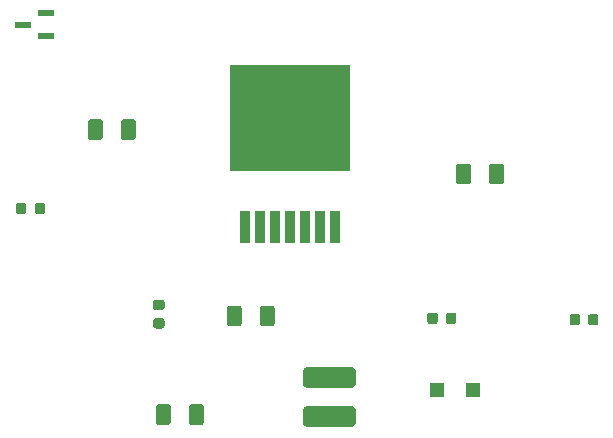
<source format=gbr>
G04 #@! TF.GenerationSoftware,KiCad,Pcbnew,(5.1.4)-1*
G04 #@! TF.CreationDate,2020-04-22T12:28:10-05:00*
G04 #@! TF.ProjectId,Boost,426f6f73-742e-46b6-9963-61645f706362,rev?*
G04 #@! TF.SameCoordinates,Original*
G04 #@! TF.FileFunction,Paste,Top*
G04 #@! TF.FilePolarity,Positive*
%FSLAX46Y46*%
G04 Gerber Fmt 4.6, Leading zero omitted, Abs format (unit mm)*
G04 Created by KiCad (PCBNEW (5.1.4)-1) date 2020-04-22 12:28:10*
%MOMM*%
%LPD*%
G04 APERTURE LIST*
%ADD10R,1.260000X1.170000*%
%ADD11C,0.100000*%
%ADD12C,0.875000*%
%ADD13R,1.430000X0.600000*%
%ADD14C,1.250000*%
%ADD15R,0.863600X2.692400*%
%ADD16R,10.160000X8.940800*%
%ADD17C,1.800000*%
G04 APERTURE END LIST*
D10*
X143331200Y-108813600D03*
X146381200Y-108813600D03*
D11*
G36*
X109968291Y-92947253D02*
G01*
X109989526Y-92950403D01*
X110010350Y-92955619D01*
X110030562Y-92962851D01*
X110049968Y-92972030D01*
X110068381Y-92983066D01*
X110085624Y-92995854D01*
X110101530Y-93010270D01*
X110115946Y-93026176D01*
X110128734Y-93043419D01*
X110139770Y-93061832D01*
X110148949Y-93081238D01*
X110156181Y-93101450D01*
X110161397Y-93122274D01*
X110164547Y-93143509D01*
X110165600Y-93164950D01*
X110165600Y-93677450D01*
X110164547Y-93698891D01*
X110161397Y-93720126D01*
X110156181Y-93740950D01*
X110148949Y-93761162D01*
X110139770Y-93780568D01*
X110128734Y-93798981D01*
X110115946Y-93816224D01*
X110101530Y-93832130D01*
X110085624Y-93846546D01*
X110068381Y-93859334D01*
X110049968Y-93870370D01*
X110030562Y-93879549D01*
X110010350Y-93886781D01*
X109989526Y-93891997D01*
X109968291Y-93895147D01*
X109946850Y-93896200D01*
X109509350Y-93896200D01*
X109487909Y-93895147D01*
X109466674Y-93891997D01*
X109445850Y-93886781D01*
X109425638Y-93879549D01*
X109406232Y-93870370D01*
X109387819Y-93859334D01*
X109370576Y-93846546D01*
X109354670Y-93832130D01*
X109340254Y-93816224D01*
X109327466Y-93798981D01*
X109316430Y-93780568D01*
X109307251Y-93761162D01*
X109300019Y-93740950D01*
X109294803Y-93720126D01*
X109291653Y-93698891D01*
X109290600Y-93677450D01*
X109290600Y-93164950D01*
X109291653Y-93143509D01*
X109294803Y-93122274D01*
X109300019Y-93101450D01*
X109307251Y-93081238D01*
X109316430Y-93061832D01*
X109327466Y-93043419D01*
X109340254Y-93026176D01*
X109354670Y-93010270D01*
X109370576Y-92995854D01*
X109387819Y-92983066D01*
X109406232Y-92972030D01*
X109425638Y-92962851D01*
X109445850Y-92955619D01*
X109466674Y-92950403D01*
X109487909Y-92947253D01*
X109509350Y-92946200D01*
X109946850Y-92946200D01*
X109968291Y-92947253D01*
X109968291Y-92947253D01*
G37*
D12*
X109728100Y-93421200D03*
D11*
G36*
X108393291Y-92947253D02*
G01*
X108414526Y-92950403D01*
X108435350Y-92955619D01*
X108455562Y-92962851D01*
X108474968Y-92972030D01*
X108493381Y-92983066D01*
X108510624Y-92995854D01*
X108526530Y-93010270D01*
X108540946Y-93026176D01*
X108553734Y-93043419D01*
X108564770Y-93061832D01*
X108573949Y-93081238D01*
X108581181Y-93101450D01*
X108586397Y-93122274D01*
X108589547Y-93143509D01*
X108590600Y-93164950D01*
X108590600Y-93677450D01*
X108589547Y-93698891D01*
X108586397Y-93720126D01*
X108581181Y-93740950D01*
X108573949Y-93761162D01*
X108564770Y-93780568D01*
X108553734Y-93798981D01*
X108540946Y-93816224D01*
X108526530Y-93832130D01*
X108510624Y-93846546D01*
X108493381Y-93859334D01*
X108474968Y-93870370D01*
X108455562Y-93879549D01*
X108435350Y-93886781D01*
X108414526Y-93891997D01*
X108393291Y-93895147D01*
X108371850Y-93896200D01*
X107934350Y-93896200D01*
X107912909Y-93895147D01*
X107891674Y-93891997D01*
X107870850Y-93886781D01*
X107850638Y-93879549D01*
X107831232Y-93870370D01*
X107812819Y-93859334D01*
X107795576Y-93846546D01*
X107779670Y-93832130D01*
X107765254Y-93816224D01*
X107752466Y-93798981D01*
X107741430Y-93780568D01*
X107732251Y-93761162D01*
X107725019Y-93740950D01*
X107719803Y-93720126D01*
X107716653Y-93698891D01*
X107715600Y-93677450D01*
X107715600Y-93164950D01*
X107716653Y-93143509D01*
X107719803Y-93122274D01*
X107725019Y-93101450D01*
X107732251Y-93081238D01*
X107741430Y-93061832D01*
X107752466Y-93043419D01*
X107765254Y-93026176D01*
X107779670Y-93010270D01*
X107795576Y-92995854D01*
X107812819Y-92983066D01*
X107831232Y-92972030D01*
X107850638Y-92962851D01*
X107870850Y-92955619D01*
X107891674Y-92950403D01*
X107912909Y-92947253D01*
X107934350Y-92946200D01*
X108371850Y-92946200D01*
X108393291Y-92947253D01*
X108393291Y-92947253D01*
G37*
D12*
X108153100Y-93421200D03*
D13*
X108310800Y-77851000D03*
X110230800Y-76901000D03*
X110230800Y-78801000D03*
D11*
G36*
X114823504Y-85867204D02*
G01*
X114847773Y-85870804D01*
X114871571Y-85876765D01*
X114894671Y-85885030D01*
X114916849Y-85895520D01*
X114937893Y-85908133D01*
X114957598Y-85922747D01*
X114975777Y-85939223D01*
X114992253Y-85957402D01*
X115006867Y-85977107D01*
X115019480Y-85998151D01*
X115029970Y-86020329D01*
X115038235Y-86043429D01*
X115044196Y-86067227D01*
X115047796Y-86091496D01*
X115049000Y-86116000D01*
X115049000Y-87366000D01*
X115047796Y-87390504D01*
X115044196Y-87414773D01*
X115038235Y-87438571D01*
X115029970Y-87461671D01*
X115019480Y-87483849D01*
X115006867Y-87504893D01*
X114992253Y-87524598D01*
X114975777Y-87542777D01*
X114957598Y-87559253D01*
X114937893Y-87573867D01*
X114916849Y-87586480D01*
X114894671Y-87596970D01*
X114871571Y-87605235D01*
X114847773Y-87611196D01*
X114823504Y-87614796D01*
X114799000Y-87616000D01*
X114049000Y-87616000D01*
X114024496Y-87614796D01*
X114000227Y-87611196D01*
X113976429Y-87605235D01*
X113953329Y-87596970D01*
X113931151Y-87586480D01*
X113910107Y-87573867D01*
X113890402Y-87559253D01*
X113872223Y-87542777D01*
X113855747Y-87524598D01*
X113841133Y-87504893D01*
X113828520Y-87483849D01*
X113818030Y-87461671D01*
X113809765Y-87438571D01*
X113803804Y-87414773D01*
X113800204Y-87390504D01*
X113799000Y-87366000D01*
X113799000Y-86116000D01*
X113800204Y-86091496D01*
X113803804Y-86067227D01*
X113809765Y-86043429D01*
X113818030Y-86020329D01*
X113828520Y-85998151D01*
X113841133Y-85977107D01*
X113855747Y-85957402D01*
X113872223Y-85939223D01*
X113890402Y-85922747D01*
X113910107Y-85908133D01*
X113931151Y-85895520D01*
X113953329Y-85885030D01*
X113976429Y-85876765D01*
X114000227Y-85870804D01*
X114024496Y-85867204D01*
X114049000Y-85866000D01*
X114799000Y-85866000D01*
X114823504Y-85867204D01*
X114823504Y-85867204D01*
G37*
D14*
X114424000Y-86741000D03*
D11*
G36*
X117623504Y-85867204D02*
G01*
X117647773Y-85870804D01*
X117671571Y-85876765D01*
X117694671Y-85885030D01*
X117716849Y-85895520D01*
X117737893Y-85908133D01*
X117757598Y-85922747D01*
X117775777Y-85939223D01*
X117792253Y-85957402D01*
X117806867Y-85977107D01*
X117819480Y-85998151D01*
X117829970Y-86020329D01*
X117838235Y-86043429D01*
X117844196Y-86067227D01*
X117847796Y-86091496D01*
X117849000Y-86116000D01*
X117849000Y-87366000D01*
X117847796Y-87390504D01*
X117844196Y-87414773D01*
X117838235Y-87438571D01*
X117829970Y-87461671D01*
X117819480Y-87483849D01*
X117806867Y-87504893D01*
X117792253Y-87524598D01*
X117775777Y-87542777D01*
X117757598Y-87559253D01*
X117737893Y-87573867D01*
X117716849Y-87586480D01*
X117694671Y-87596970D01*
X117671571Y-87605235D01*
X117647773Y-87611196D01*
X117623504Y-87614796D01*
X117599000Y-87616000D01*
X116849000Y-87616000D01*
X116824496Y-87614796D01*
X116800227Y-87611196D01*
X116776429Y-87605235D01*
X116753329Y-87596970D01*
X116731151Y-87586480D01*
X116710107Y-87573867D01*
X116690402Y-87559253D01*
X116672223Y-87542777D01*
X116655747Y-87524598D01*
X116641133Y-87504893D01*
X116628520Y-87483849D01*
X116618030Y-87461671D01*
X116609765Y-87438571D01*
X116603804Y-87414773D01*
X116600204Y-87390504D01*
X116599000Y-87366000D01*
X116599000Y-86116000D01*
X116600204Y-86091496D01*
X116603804Y-86067227D01*
X116609765Y-86043429D01*
X116618030Y-86020329D01*
X116628520Y-85998151D01*
X116641133Y-85977107D01*
X116655747Y-85957402D01*
X116672223Y-85939223D01*
X116690402Y-85922747D01*
X116710107Y-85908133D01*
X116731151Y-85895520D01*
X116753329Y-85885030D01*
X116776429Y-85876765D01*
X116800227Y-85870804D01*
X116824496Y-85867204D01*
X116849000Y-85866000D01*
X117599000Y-85866000D01*
X117623504Y-85867204D01*
X117623504Y-85867204D01*
G37*
D14*
X117224000Y-86741000D03*
D15*
X127109000Y-94993999D03*
X128379000Y-94993999D03*
X129649000Y-94993999D03*
X130919000Y-94993999D03*
X132189000Y-94993999D03*
X133459000Y-94993999D03*
X134729000Y-94993999D03*
D16*
X130919000Y-85799199D03*
D11*
G36*
X143216691Y-102243653D02*
G01*
X143237926Y-102246803D01*
X143258750Y-102252019D01*
X143278962Y-102259251D01*
X143298368Y-102268430D01*
X143316781Y-102279466D01*
X143334024Y-102292254D01*
X143349930Y-102306670D01*
X143364346Y-102322576D01*
X143377134Y-102339819D01*
X143388170Y-102358232D01*
X143397349Y-102377638D01*
X143404581Y-102397850D01*
X143409797Y-102418674D01*
X143412947Y-102439909D01*
X143414000Y-102461350D01*
X143414000Y-102973850D01*
X143412947Y-102995291D01*
X143409797Y-103016526D01*
X143404581Y-103037350D01*
X143397349Y-103057562D01*
X143388170Y-103076968D01*
X143377134Y-103095381D01*
X143364346Y-103112624D01*
X143349930Y-103128530D01*
X143334024Y-103142946D01*
X143316781Y-103155734D01*
X143298368Y-103166770D01*
X143278962Y-103175949D01*
X143258750Y-103183181D01*
X143237926Y-103188397D01*
X143216691Y-103191547D01*
X143195250Y-103192600D01*
X142757750Y-103192600D01*
X142736309Y-103191547D01*
X142715074Y-103188397D01*
X142694250Y-103183181D01*
X142674038Y-103175949D01*
X142654632Y-103166770D01*
X142636219Y-103155734D01*
X142618976Y-103142946D01*
X142603070Y-103128530D01*
X142588654Y-103112624D01*
X142575866Y-103095381D01*
X142564830Y-103076968D01*
X142555651Y-103057562D01*
X142548419Y-103037350D01*
X142543203Y-103016526D01*
X142540053Y-102995291D01*
X142539000Y-102973850D01*
X142539000Y-102461350D01*
X142540053Y-102439909D01*
X142543203Y-102418674D01*
X142548419Y-102397850D01*
X142555651Y-102377638D01*
X142564830Y-102358232D01*
X142575866Y-102339819D01*
X142588654Y-102322576D01*
X142603070Y-102306670D01*
X142618976Y-102292254D01*
X142636219Y-102279466D01*
X142654632Y-102268430D01*
X142674038Y-102259251D01*
X142694250Y-102252019D01*
X142715074Y-102246803D01*
X142736309Y-102243653D01*
X142757750Y-102242600D01*
X143195250Y-102242600D01*
X143216691Y-102243653D01*
X143216691Y-102243653D01*
G37*
D12*
X142976500Y-102717600D03*
D11*
G36*
X144791691Y-102243653D02*
G01*
X144812926Y-102246803D01*
X144833750Y-102252019D01*
X144853962Y-102259251D01*
X144873368Y-102268430D01*
X144891781Y-102279466D01*
X144909024Y-102292254D01*
X144924930Y-102306670D01*
X144939346Y-102322576D01*
X144952134Y-102339819D01*
X144963170Y-102358232D01*
X144972349Y-102377638D01*
X144979581Y-102397850D01*
X144984797Y-102418674D01*
X144987947Y-102439909D01*
X144989000Y-102461350D01*
X144989000Y-102973850D01*
X144987947Y-102995291D01*
X144984797Y-103016526D01*
X144979581Y-103037350D01*
X144972349Y-103057562D01*
X144963170Y-103076968D01*
X144952134Y-103095381D01*
X144939346Y-103112624D01*
X144924930Y-103128530D01*
X144909024Y-103142946D01*
X144891781Y-103155734D01*
X144873368Y-103166770D01*
X144853962Y-103175949D01*
X144833750Y-103183181D01*
X144812926Y-103188397D01*
X144791691Y-103191547D01*
X144770250Y-103192600D01*
X144332750Y-103192600D01*
X144311309Y-103191547D01*
X144290074Y-103188397D01*
X144269250Y-103183181D01*
X144249038Y-103175949D01*
X144229632Y-103166770D01*
X144211219Y-103155734D01*
X144193976Y-103142946D01*
X144178070Y-103128530D01*
X144163654Y-103112624D01*
X144150866Y-103095381D01*
X144139830Y-103076968D01*
X144130651Y-103057562D01*
X144123419Y-103037350D01*
X144118203Y-103016526D01*
X144115053Y-102995291D01*
X144114000Y-102973850D01*
X144114000Y-102461350D01*
X144115053Y-102439909D01*
X144118203Y-102418674D01*
X144123419Y-102397850D01*
X144130651Y-102377638D01*
X144139830Y-102358232D01*
X144150866Y-102339819D01*
X144163654Y-102322576D01*
X144178070Y-102306670D01*
X144193976Y-102292254D01*
X144211219Y-102279466D01*
X144229632Y-102268430D01*
X144249038Y-102259251D01*
X144269250Y-102252019D01*
X144290074Y-102246803D01*
X144311309Y-102243653D01*
X144332750Y-102242600D01*
X144770250Y-102242600D01*
X144791691Y-102243653D01*
X144791691Y-102243653D01*
G37*
D12*
X144551500Y-102717600D03*
D11*
G36*
X155256291Y-102370653D02*
G01*
X155277526Y-102373803D01*
X155298350Y-102379019D01*
X155318562Y-102386251D01*
X155337968Y-102395430D01*
X155356381Y-102406466D01*
X155373624Y-102419254D01*
X155389530Y-102433670D01*
X155403946Y-102449576D01*
X155416734Y-102466819D01*
X155427770Y-102485232D01*
X155436949Y-102504638D01*
X155444181Y-102524850D01*
X155449397Y-102545674D01*
X155452547Y-102566909D01*
X155453600Y-102588350D01*
X155453600Y-103100850D01*
X155452547Y-103122291D01*
X155449397Y-103143526D01*
X155444181Y-103164350D01*
X155436949Y-103184562D01*
X155427770Y-103203968D01*
X155416734Y-103222381D01*
X155403946Y-103239624D01*
X155389530Y-103255530D01*
X155373624Y-103269946D01*
X155356381Y-103282734D01*
X155337968Y-103293770D01*
X155318562Y-103302949D01*
X155298350Y-103310181D01*
X155277526Y-103315397D01*
X155256291Y-103318547D01*
X155234850Y-103319600D01*
X154797350Y-103319600D01*
X154775909Y-103318547D01*
X154754674Y-103315397D01*
X154733850Y-103310181D01*
X154713638Y-103302949D01*
X154694232Y-103293770D01*
X154675819Y-103282734D01*
X154658576Y-103269946D01*
X154642670Y-103255530D01*
X154628254Y-103239624D01*
X154615466Y-103222381D01*
X154604430Y-103203968D01*
X154595251Y-103184562D01*
X154588019Y-103164350D01*
X154582803Y-103143526D01*
X154579653Y-103122291D01*
X154578600Y-103100850D01*
X154578600Y-102588350D01*
X154579653Y-102566909D01*
X154582803Y-102545674D01*
X154588019Y-102524850D01*
X154595251Y-102504638D01*
X154604430Y-102485232D01*
X154615466Y-102466819D01*
X154628254Y-102449576D01*
X154642670Y-102433670D01*
X154658576Y-102419254D01*
X154675819Y-102406466D01*
X154694232Y-102395430D01*
X154713638Y-102386251D01*
X154733850Y-102379019D01*
X154754674Y-102373803D01*
X154775909Y-102370653D01*
X154797350Y-102369600D01*
X155234850Y-102369600D01*
X155256291Y-102370653D01*
X155256291Y-102370653D01*
G37*
D12*
X155016100Y-102844600D03*
D11*
G36*
X156831291Y-102370653D02*
G01*
X156852526Y-102373803D01*
X156873350Y-102379019D01*
X156893562Y-102386251D01*
X156912968Y-102395430D01*
X156931381Y-102406466D01*
X156948624Y-102419254D01*
X156964530Y-102433670D01*
X156978946Y-102449576D01*
X156991734Y-102466819D01*
X157002770Y-102485232D01*
X157011949Y-102504638D01*
X157019181Y-102524850D01*
X157024397Y-102545674D01*
X157027547Y-102566909D01*
X157028600Y-102588350D01*
X157028600Y-103100850D01*
X157027547Y-103122291D01*
X157024397Y-103143526D01*
X157019181Y-103164350D01*
X157011949Y-103184562D01*
X157002770Y-103203968D01*
X156991734Y-103222381D01*
X156978946Y-103239624D01*
X156964530Y-103255530D01*
X156948624Y-103269946D01*
X156931381Y-103282734D01*
X156912968Y-103293770D01*
X156893562Y-103302949D01*
X156873350Y-103310181D01*
X156852526Y-103315397D01*
X156831291Y-103318547D01*
X156809850Y-103319600D01*
X156372350Y-103319600D01*
X156350909Y-103318547D01*
X156329674Y-103315397D01*
X156308850Y-103310181D01*
X156288638Y-103302949D01*
X156269232Y-103293770D01*
X156250819Y-103282734D01*
X156233576Y-103269946D01*
X156217670Y-103255530D01*
X156203254Y-103239624D01*
X156190466Y-103222381D01*
X156179430Y-103203968D01*
X156170251Y-103184562D01*
X156163019Y-103164350D01*
X156157803Y-103143526D01*
X156154653Y-103122291D01*
X156153600Y-103100850D01*
X156153600Y-102588350D01*
X156154653Y-102566909D01*
X156157803Y-102545674D01*
X156163019Y-102524850D01*
X156170251Y-102504638D01*
X156179430Y-102485232D01*
X156190466Y-102466819D01*
X156203254Y-102449576D01*
X156217670Y-102433670D01*
X156233576Y-102419254D01*
X156250819Y-102406466D01*
X156269232Y-102395430D01*
X156288638Y-102386251D01*
X156308850Y-102379019D01*
X156329674Y-102373803D01*
X156350909Y-102370653D01*
X156372350Y-102369600D01*
X156809850Y-102369600D01*
X156831291Y-102370653D01*
X156831291Y-102370653D01*
G37*
D12*
X156591100Y-102844600D03*
D11*
G36*
X120089491Y-102713053D02*
G01*
X120110726Y-102716203D01*
X120131550Y-102721419D01*
X120151762Y-102728651D01*
X120171168Y-102737830D01*
X120189581Y-102748866D01*
X120206824Y-102761654D01*
X120222730Y-102776070D01*
X120237146Y-102791976D01*
X120249934Y-102809219D01*
X120260970Y-102827632D01*
X120270149Y-102847038D01*
X120277381Y-102867250D01*
X120282597Y-102888074D01*
X120285747Y-102909309D01*
X120286800Y-102930750D01*
X120286800Y-103368250D01*
X120285747Y-103389691D01*
X120282597Y-103410926D01*
X120277381Y-103431750D01*
X120270149Y-103451962D01*
X120260970Y-103471368D01*
X120249934Y-103489781D01*
X120237146Y-103507024D01*
X120222730Y-103522930D01*
X120206824Y-103537346D01*
X120189581Y-103550134D01*
X120171168Y-103561170D01*
X120151762Y-103570349D01*
X120131550Y-103577581D01*
X120110726Y-103582797D01*
X120089491Y-103585947D01*
X120068050Y-103587000D01*
X119555550Y-103587000D01*
X119534109Y-103585947D01*
X119512874Y-103582797D01*
X119492050Y-103577581D01*
X119471838Y-103570349D01*
X119452432Y-103561170D01*
X119434019Y-103550134D01*
X119416776Y-103537346D01*
X119400870Y-103522930D01*
X119386454Y-103507024D01*
X119373666Y-103489781D01*
X119362630Y-103471368D01*
X119353451Y-103451962D01*
X119346219Y-103431750D01*
X119341003Y-103410926D01*
X119337853Y-103389691D01*
X119336800Y-103368250D01*
X119336800Y-102930750D01*
X119337853Y-102909309D01*
X119341003Y-102888074D01*
X119346219Y-102867250D01*
X119353451Y-102847038D01*
X119362630Y-102827632D01*
X119373666Y-102809219D01*
X119386454Y-102791976D01*
X119400870Y-102776070D01*
X119416776Y-102761654D01*
X119434019Y-102748866D01*
X119452432Y-102737830D01*
X119471838Y-102728651D01*
X119492050Y-102721419D01*
X119512874Y-102716203D01*
X119534109Y-102713053D01*
X119555550Y-102712000D01*
X120068050Y-102712000D01*
X120089491Y-102713053D01*
X120089491Y-102713053D01*
G37*
D12*
X119811800Y-103149500D03*
D11*
G36*
X120089491Y-101138053D02*
G01*
X120110726Y-101141203D01*
X120131550Y-101146419D01*
X120151762Y-101153651D01*
X120171168Y-101162830D01*
X120189581Y-101173866D01*
X120206824Y-101186654D01*
X120222730Y-101201070D01*
X120237146Y-101216976D01*
X120249934Y-101234219D01*
X120260970Y-101252632D01*
X120270149Y-101272038D01*
X120277381Y-101292250D01*
X120282597Y-101313074D01*
X120285747Y-101334309D01*
X120286800Y-101355750D01*
X120286800Y-101793250D01*
X120285747Y-101814691D01*
X120282597Y-101835926D01*
X120277381Y-101856750D01*
X120270149Y-101876962D01*
X120260970Y-101896368D01*
X120249934Y-101914781D01*
X120237146Y-101932024D01*
X120222730Y-101947930D01*
X120206824Y-101962346D01*
X120189581Y-101975134D01*
X120171168Y-101986170D01*
X120151762Y-101995349D01*
X120131550Y-102002581D01*
X120110726Y-102007797D01*
X120089491Y-102010947D01*
X120068050Y-102012000D01*
X119555550Y-102012000D01*
X119534109Y-102010947D01*
X119512874Y-102007797D01*
X119492050Y-102002581D01*
X119471838Y-101995349D01*
X119452432Y-101986170D01*
X119434019Y-101975134D01*
X119416776Y-101962346D01*
X119400870Y-101947930D01*
X119386454Y-101932024D01*
X119373666Y-101914781D01*
X119362630Y-101896368D01*
X119353451Y-101876962D01*
X119346219Y-101856750D01*
X119341003Y-101835926D01*
X119337853Y-101814691D01*
X119336800Y-101793250D01*
X119336800Y-101355750D01*
X119337853Y-101334309D01*
X119341003Y-101313074D01*
X119346219Y-101292250D01*
X119353451Y-101272038D01*
X119362630Y-101252632D01*
X119373666Y-101234219D01*
X119386454Y-101216976D01*
X119400870Y-101201070D01*
X119416776Y-101186654D01*
X119434019Y-101173866D01*
X119452432Y-101162830D01*
X119471838Y-101153651D01*
X119492050Y-101146419D01*
X119512874Y-101141203D01*
X119534109Y-101138053D01*
X119555550Y-101137000D01*
X120068050Y-101137000D01*
X120089491Y-101138053D01*
X120089491Y-101138053D01*
G37*
D12*
X119811800Y-101574500D03*
D11*
G36*
X136083108Y-106824567D02*
G01*
X136126791Y-106831047D01*
X136169628Y-106841777D01*
X136211208Y-106856654D01*
X136251129Y-106875535D01*
X136289007Y-106898239D01*
X136324477Y-106924545D01*
X136357198Y-106954202D01*
X136386855Y-106986923D01*
X136413161Y-107022393D01*
X136435865Y-107060271D01*
X136454746Y-107100192D01*
X136469623Y-107141772D01*
X136480353Y-107184609D01*
X136486833Y-107228292D01*
X136489000Y-107272400D01*
X136489000Y-108172400D01*
X136486833Y-108216508D01*
X136480353Y-108260191D01*
X136469623Y-108303028D01*
X136454746Y-108344608D01*
X136435865Y-108384529D01*
X136413161Y-108422407D01*
X136386855Y-108457877D01*
X136357198Y-108490598D01*
X136324477Y-108520255D01*
X136289007Y-108546561D01*
X136251129Y-108569265D01*
X136211208Y-108588146D01*
X136169628Y-108603023D01*
X136126791Y-108613753D01*
X136083108Y-108620233D01*
X136039000Y-108622400D01*
X132439000Y-108622400D01*
X132394892Y-108620233D01*
X132351209Y-108613753D01*
X132308372Y-108603023D01*
X132266792Y-108588146D01*
X132226871Y-108569265D01*
X132188993Y-108546561D01*
X132153523Y-108520255D01*
X132120802Y-108490598D01*
X132091145Y-108457877D01*
X132064839Y-108422407D01*
X132042135Y-108384529D01*
X132023254Y-108344608D01*
X132008377Y-108303028D01*
X131997647Y-108260191D01*
X131991167Y-108216508D01*
X131989000Y-108172400D01*
X131989000Y-107272400D01*
X131991167Y-107228292D01*
X131997647Y-107184609D01*
X132008377Y-107141772D01*
X132023254Y-107100192D01*
X132042135Y-107060271D01*
X132064839Y-107022393D01*
X132091145Y-106986923D01*
X132120802Y-106954202D01*
X132153523Y-106924545D01*
X132188993Y-106898239D01*
X132226871Y-106875535D01*
X132266792Y-106856654D01*
X132308372Y-106841777D01*
X132351209Y-106831047D01*
X132394892Y-106824567D01*
X132439000Y-106822400D01*
X136039000Y-106822400D01*
X136083108Y-106824567D01*
X136083108Y-106824567D01*
G37*
D17*
X134239000Y-107722400D03*
D11*
G36*
X136083108Y-110124567D02*
G01*
X136126791Y-110131047D01*
X136169628Y-110141777D01*
X136211208Y-110156654D01*
X136251129Y-110175535D01*
X136289007Y-110198239D01*
X136324477Y-110224545D01*
X136357198Y-110254202D01*
X136386855Y-110286923D01*
X136413161Y-110322393D01*
X136435865Y-110360271D01*
X136454746Y-110400192D01*
X136469623Y-110441772D01*
X136480353Y-110484609D01*
X136486833Y-110528292D01*
X136489000Y-110572400D01*
X136489000Y-111472400D01*
X136486833Y-111516508D01*
X136480353Y-111560191D01*
X136469623Y-111603028D01*
X136454746Y-111644608D01*
X136435865Y-111684529D01*
X136413161Y-111722407D01*
X136386855Y-111757877D01*
X136357198Y-111790598D01*
X136324477Y-111820255D01*
X136289007Y-111846561D01*
X136251129Y-111869265D01*
X136211208Y-111888146D01*
X136169628Y-111903023D01*
X136126791Y-111913753D01*
X136083108Y-111920233D01*
X136039000Y-111922400D01*
X132439000Y-111922400D01*
X132394892Y-111920233D01*
X132351209Y-111913753D01*
X132308372Y-111903023D01*
X132266792Y-111888146D01*
X132226871Y-111869265D01*
X132188993Y-111846561D01*
X132153523Y-111820255D01*
X132120802Y-111790598D01*
X132091145Y-111757877D01*
X132064839Y-111722407D01*
X132042135Y-111684529D01*
X132023254Y-111644608D01*
X132008377Y-111603028D01*
X131997647Y-111560191D01*
X131991167Y-111516508D01*
X131989000Y-111472400D01*
X131989000Y-110572400D01*
X131991167Y-110528292D01*
X131997647Y-110484609D01*
X132008377Y-110441772D01*
X132023254Y-110400192D01*
X132042135Y-110360271D01*
X132064839Y-110322393D01*
X132091145Y-110286923D01*
X132120802Y-110254202D01*
X132153523Y-110224545D01*
X132188993Y-110198239D01*
X132226871Y-110175535D01*
X132266792Y-110156654D01*
X132308372Y-110141777D01*
X132351209Y-110131047D01*
X132394892Y-110124567D01*
X132439000Y-110122400D01*
X136039000Y-110122400D01*
X136083108Y-110124567D01*
X136083108Y-110124567D01*
G37*
D17*
X134239000Y-111022400D03*
D11*
G36*
X148789304Y-89626404D02*
G01*
X148813573Y-89630004D01*
X148837371Y-89635965D01*
X148860471Y-89644230D01*
X148882649Y-89654720D01*
X148903693Y-89667333D01*
X148923398Y-89681947D01*
X148941577Y-89698423D01*
X148958053Y-89716602D01*
X148972667Y-89736307D01*
X148985280Y-89757351D01*
X148995770Y-89779529D01*
X149004035Y-89802629D01*
X149009996Y-89826427D01*
X149013596Y-89850696D01*
X149014800Y-89875200D01*
X149014800Y-91125200D01*
X149013596Y-91149704D01*
X149009996Y-91173973D01*
X149004035Y-91197771D01*
X148995770Y-91220871D01*
X148985280Y-91243049D01*
X148972667Y-91264093D01*
X148958053Y-91283798D01*
X148941577Y-91301977D01*
X148923398Y-91318453D01*
X148903693Y-91333067D01*
X148882649Y-91345680D01*
X148860471Y-91356170D01*
X148837371Y-91364435D01*
X148813573Y-91370396D01*
X148789304Y-91373996D01*
X148764800Y-91375200D01*
X148014800Y-91375200D01*
X147990296Y-91373996D01*
X147966027Y-91370396D01*
X147942229Y-91364435D01*
X147919129Y-91356170D01*
X147896951Y-91345680D01*
X147875907Y-91333067D01*
X147856202Y-91318453D01*
X147838023Y-91301977D01*
X147821547Y-91283798D01*
X147806933Y-91264093D01*
X147794320Y-91243049D01*
X147783830Y-91220871D01*
X147775565Y-91197771D01*
X147769604Y-91173973D01*
X147766004Y-91149704D01*
X147764800Y-91125200D01*
X147764800Y-89875200D01*
X147766004Y-89850696D01*
X147769604Y-89826427D01*
X147775565Y-89802629D01*
X147783830Y-89779529D01*
X147794320Y-89757351D01*
X147806933Y-89736307D01*
X147821547Y-89716602D01*
X147838023Y-89698423D01*
X147856202Y-89681947D01*
X147875907Y-89667333D01*
X147896951Y-89654720D01*
X147919129Y-89644230D01*
X147942229Y-89635965D01*
X147966027Y-89630004D01*
X147990296Y-89626404D01*
X148014800Y-89625200D01*
X148764800Y-89625200D01*
X148789304Y-89626404D01*
X148789304Y-89626404D01*
G37*
D14*
X148389800Y-90500200D03*
D11*
G36*
X145989304Y-89626404D02*
G01*
X146013573Y-89630004D01*
X146037371Y-89635965D01*
X146060471Y-89644230D01*
X146082649Y-89654720D01*
X146103693Y-89667333D01*
X146123398Y-89681947D01*
X146141577Y-89698423D01*
X146158053Y-89716602D01*
X146172667Y-89736307D01*
X146185280Y-89757351D01*
X146195770Y-89779529D01*
X146204035Y-89802629D01*
X146209996Y-89826427D01*
X146213596Y-89850696D01*
X146214800Y-89875200D01*
X146214800Y-91125200D01*
X146213596Y-91149704D01*
X146209996Y-91173973D01*
X146204035Y-91197771D01*
X146195770Y-91220871D01*
X146185280Y-91243049D01*
X146172667Y-91264093D01*
X146158053Y-91283798D01*
X146141577Y-91301977D01*
X146123398Y-91318453D01*
X146103693Y-91333067D01*
X146082649Y-91345680D01*
X146060471Y-91356170D01*
X146037371Y-91364435D01*
X146013573Y-91370396D01*
X145989304Y-91373996D01*
X145964800Y-91375200D01*
X145214800Y-91375200D01*
X145190296Y-91373996D01*
X145166027Y-91370396D01*
X145142229Y-91364435D01*
X145119129Y-91356170D01*
X145096951Y-91345680D01*
X145075907Y-91333067D01*
X145056202Y-91318453D01*
X145038023Y-91301977D01*
X145021547Y-91283798D01*
X145006933Y-91264093D01*
X144994320Y-91243049D01*
X144983830Y-91220871D01*
X144975565Y-91197771D01*
X144969604Y-91173973D01*
X144966004Y-91149704D01*
X144964800Y-91125200D01*
X144964800Y-89875200D01*
X144966004Y-89850696D01*
X144969604Y-89826427D01*
X144975565Y-89802629D01*
X144983830Y-89779529D01*
X144994320Y-89757351D01*
X145006933Y-89736307D01*
X145021547Y-89716602D01*
X145038023Y-89698423D01*
X145056202Y-89681947D01*
X145075907Y-89667333D01*
X145096951Y-89654720D01*
X145119129Y-89644230D01*
X145142229Y-89635965D01*
X145166027Y-89630004D01*
X145190296Y-89626404D01*
X145214800Y-89625200D01*
X145964800Y-89625200D01*
X145989304Y-89626404D01*
X145989304Y-89626404D01*
G37*
D14*
X145589800Y-90500200D03*
D11*
G36*
X123389304Y-109997204D02*
G01*
X123413573Y-110000804D01*
X123437371Y-110006765D01*
X123460471Y-110015030D01*
X123482649Y-110025520D01*
X123503693Y-110038133D01*
X123523398Y-110052747D01*
X123541577Y-110069223D01*
X123558053Y-110087402D01*
X123572667Y-110107107D01*
X123585280Y-110128151D01*
X123595770Y-110150329D01*
X123604035Y-110173429D01*
X123609996Y-110197227D01*
X123613596Y-110221496D01*
X123614800Y-110246000D01*
X123614800Y-111496000D01*
X123613596Y-111520504D01*
X123609996Y-111544773D01*
X123604035Y-111568571D01*
X123595770Y-111591671D01*
X123585280Y-111613849D01*
X123572667Y-111634893D01*
X123558053Y-111654598D01*
X123541577Y-111672777D01*
X123523398Y-111689253D01*
X123503693Y-111703867D01*
X123482649Y-111716480D01*
X123460471Y-111726970D01*
X123437371Y-111735235D01*
X123413573Y-111741196D01*
X123389304Y-111744796D01*
X123364800Y-111746000D01*
X122614800Y-111746000D01*
X122590296Y-111744796D01*
X122566027Y-111741196D01*
X122542229Y-111735235D01*
X122519129Y-111726970D01*
X122496951Y-111716480D01*
X122475907Y-111703867D01*
X122456202Y-111689253D01*
X122438023Y-111672777D01*
X122421547Y-111654598D01*
X122406933Y-111634893D01*
X122394320Y-111613849D01*
X122383830Y-111591671D01*
X122375565Y-111568571D01*
X122369604Y-111544773D01*
X122366004Y-111520504D01*
X122364800Y-111496000D01*
X122364800Y-110246000D01*
X122366004Y-110221496D01*
X122369604Y-110197227D01*
X122375565Y-110173429D01*
X122383830Y-110150329D01*
X122394320Y-110128151D01*
X122406933Y-110107107D01*
X122421547Y-110087402D01*
X122438023Y-110069223D01*
X122456202Y-110052747D01*
X122475907Y-110038133D01*
X122496951Y-110025520D01*
X122519129Y-110015030D01*
X122542229Y-110006765D01*
X122566027Y-110000804D01*
X122590296Y-109997204D01*
X122614800Y-109996000D01*
X123364800Y-109996000D01*
X123389304Y-109997204D01*
X123389304Y-109997204D01*
G37*
D14*
X122989800Y-110871000D03*
D11*
G36*
X120589304Y-109997204D02*
G01*
X120613573Y-110000804D01*
X120637371Y-110006765D01*
X120660471Y-110015030D01*
X120682649Y-110025520D01*
X120703693Y-110038133D01*
X120723398Y-110052747D01*
X120741577Y-110069223D01*
X120758053Y-110087402D01*
X120772667Y-110107107D01*
X120785280Y-110128151D01*
X120795770Y-110150329D01*
X120804035Y-110173429D01*
X120809996Y-110197227D01*
X120813596Y-110221496D01*
X120814800Y-110246000D01*
X120814800Y-111496000D01*
X120813596Y-111520504D01*
X120809996Y-111544773D01*
X120804035Y-111568571D01*
X120795770Y-111591671D01*
X120785280Y-111613849D01*
X120772667Y-111634893D01*
X120758053Y-111654598D01*
X120741577Y-111672777D01*
X120723398Y-111689253D01*
X120703693Y-111703867D01*
X120682649Y-111716480D01*
X120660471Y-111726970D01*
X120637371Y-111735235D01*
X120613573Y-111741196D01*
X120589304Y-111744796D01*
X120564800Y-111746000D01*
X119814800Y-111746000D01*
X119790296Y-111744796D01*
X119766027Y-111741196D01*
X119742229Y-111735235D01*
X119719129Y-111726970D01*
X119696951Y-111716480D01*
X119675907Y-111703867D01*
X119656202Y-111689253D01*
X119638023Y-111672777D01*
X119621547Y-111654598D01*
X119606933Y-111634893D01*
X119594320Y-111613849D01*
X119583830Y-111591671D01*
X119575565Y-111568571D01*
X119569604Y-111544773D01*
X119566004Y-111520504D01*
X119564800Y-111496000D01*
X119564800Y-110246000D01*
X119566004Y-110221496D01*
X119569604Y-110197227D01*
X119575565Y-110173429D01*
X119583830Y-110150329D01*
X119594320Y-110128151D01*
X119606933Y-110107107D01*
X119621547Y-110087402D01*
X119638023Y-110069223D01*
X119656202Y-110052747D01*
X119675907Y-110038133D01*
X119696951Y-110025520D01*
X119719129Y-110015030D01*
X119742229Y-110006765D01*
X119766027Y-110000804D01*
X119790296Y-109997204D01*
X119814800Y-109996000D01*
X120564800Y-109996000D01*
X120589304Y-109997204D01*
X120589304Y-109997204D01*
G37*
D14*
X120189800Y-110871000D03*
D11*
G36*
X129383704Y-101640604D02*
G01*
X129407973Y-101644204D01*
X129431771Y-101650165D01*
X129454871Y-101658430D01*
X129477049Y-101668920D01*
X129498093Y-101681533D01*
X129517798Y-101696147D01*
X129535977Y-101712623D01*
X129552453Y-101730802D01*
X129567067Y-101750507D01*
X129579680Y-101771551D01*
X129590170Y-101793729D01*
X129598435Y-101816829D01*
X129604396Y-101840627D01*
X129607996Y-101864896D01*
X129609200Y-101889400D01*
X129609200Y-103139400D01*
X129607996Y-103163904D01*
X129604396Y-103188173D01*
X129598435Y-103211971D01*
X129590170Y-103235071D01*
X129579680Y-103257249D01*
X129567067Y-103278293D01*
X129552453Y-103297998D01*
X129535977Y-103316177D01*
X129517798Y-103332653D01*
X129498093Y-103347267D01*
X129477049Y-103359880D01*
X129454871Y-103370370D01*
X129431771Y-103378635D01*
X129407973Y-103384596D01*
X129383704Y-103388196D01*
X129359200Y-103389400D01*
X128609200Y-103389400D01*
X128584696Y-103388196D01*
X128560427Y-103384596D01*
X128536629Y-103378635D01*
X128513529Y-103370370D01*
X128491351Y-103359880D01*
X128470307Y-103347267D01*
X128450602Y-103332653D01*
X128432423Y-103316177D01*
X128415947Y-103297998D01*
X128401333Y-103278293D01*
X128388720Y-103257249D01*
X128378230Y-103235071D01*
X128369965Y-103211971D01*
X128364004Y-103188173D01*
X128360404Y-103163904D01*
X128359200Y-103139400D01*
X128359200Y-101889400D01*
X128360404Y-101864896D01*
X128364004Y-101840627D01*
X128369965Y-101816829D01*
X128378230Y-101793729D01*
X128388720Y-101771551D01*
X128401333Y-101750507D01*
X128415947Y-101730802D01*
X128432423Y-101712623D01*
X128450602Y-101696147D01*
X128470307Y-101681533D01*
X128491351Y-101668920D01*
X128513529Y-101658430D01*
X128536629Y-101650165D01*
X128560427Y-101644204D01*
X128584696Y-101640604D01*
X128609200Y-101639400D01*
X129359200Y-101639400D01*
X129383704Y-101640604D01*
X129383704Y-101640604D01*
G37*
D14*
X128984200Y-102514400D03*
D11*
G36*
X126583704Y-101640604D02*
G01*
X126607973Y-101644204D01*
X126631771Y-101650165D01*
X126654871Y-101658430D01*
X126677049Y-101668920D01*
X126698093Y-101681533D01*
X126717798Y-101696147D01*
X126735977Y-101712623D01*
X126752453Y-101730802D01*
X126767067Y-101750507D01*
X126779680Y-101771551D01*
X126790170Y-101793729D01*
X126798435Y-101816829D01*
X126804396Y-101840627D01*
X126807996Y-101864896D01*
X126809200Y-101889400D01*
X126809200Y-103139400D01*
X126807996Y-103163904D01*
X126804396Y-103188173D01*
X126798435Y-103211971D01*
X126790170Y-103235071D01*
X126779680Y-103257249D01*
X126767067Y-103278293D01*
X126752453Y-103297998D01*
X126735977Y-103316177D01*
X126717798Y-103332653D01*
X126698093Y-103347267D01*
X126677049Y-103359880D01*
X126654871Y-103370370D01*
X126631771Y-103378635D01*
X126607973Y-103384596D01*
X126583704Y-103388196D01*
X126559200Y-103389400D01*
X125809200Y-103389400D01*
X125784696Y-103388196D01*
X125760427Y-103384596D01*
X125736629Y-103378635D01*
X125713529Y-103370370D01*
X125691351Y-103359880D01*
X125670307Y-103347267D01*
X125650602Y-103332653D01*
X125632423Y-103316177D01*
X125615947Y-103297998D01*
X125601333Y-103278293D01*
X125588720Y-103257249D01*
X125578230Y-103235071D01*
X125569965Y-103211971D01*
X125564004Y-103188173D01*
X125560404Y-103163904D01*
X125559200Y-103139400D01*
X125559200Y-101889400D01*
X125560404Y-101864896D01*
X125564004Y-101840627D01*
X125569965Y-101816829D01*
X125578230Y-101793729D01*
X125588720Y-101771551D01*
X125601333Y-101750507D01*
X125615947Y-101730802D01*
X125632423Y-101712623D01*
X125650602Y-101696147D01*
X125670307Y-101681533D01*
X125691351Y-101668920D01*
X125713529Y-101658430D01*
X125736629Y-101650165D01*
X125760427Y-101644204D01*
X125784696Y-101640604D01*
X125809200Y-101639400D01*
X126559200Y-101639400D01*
X126583704Y-101640604D01*
X126583704Y-101640604D01*
G37*
D14*
X126184200Y-102514400D03*
M02*

</source>
